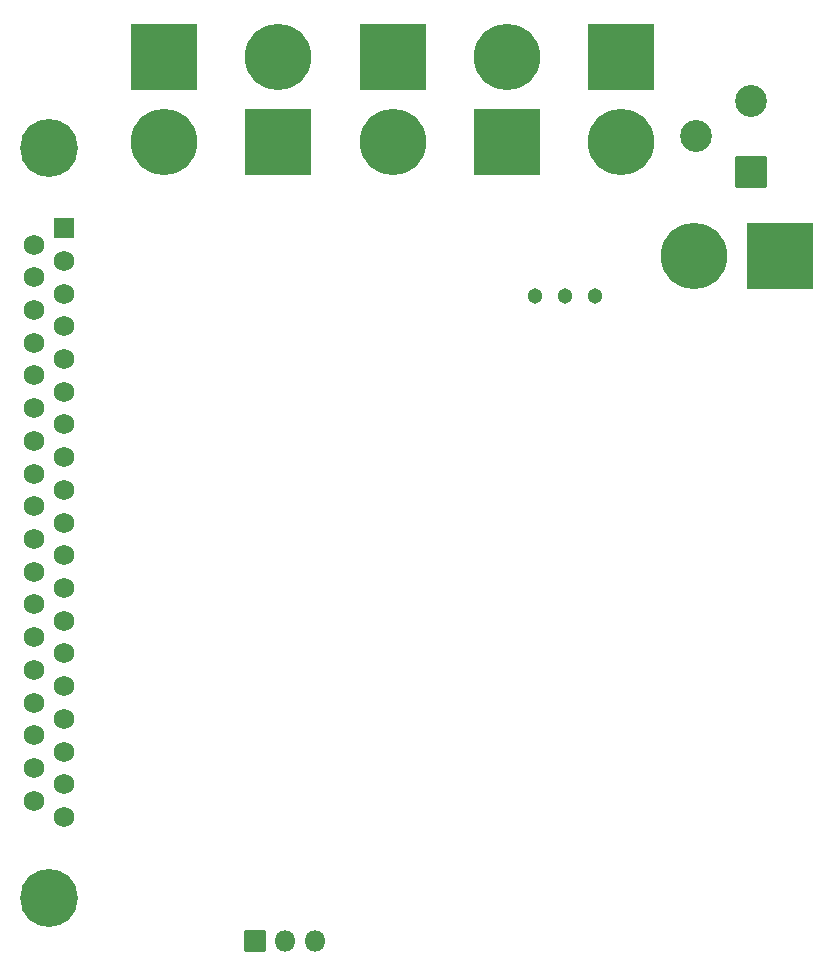
<source format=gbs>
%TF.GenerationSoftware,KiCad,Pcbnew,(6.0.1)*%
%TF.CreationDate,2022-04-29T11:40:25-05:00*%
%TF.ProjectId,Power_KiCAD_Project,506f7765-725f-44b6-9943-41445f50726f,rev?*%
%TF.SameCoordinates,Original*%
%TF.FileFunction,Soldermask,Bot*%
%TF.FilePolarity,Negative*%
%FSLAX46Y46*%
G04 Gerber Fmt 4.6, Leading zero omitted, Abs format (unit mm)*
G04 Created by KiCad (PCBNEW (6.0.1)) date 2022-04-29 11:40:25*
%MOMM*%
%LPD*%
G01*
G04 APERTURE LIST*
G04 Aperture macros list*
%AMRoundRect*
0 Rectangle with rounded corners*
0 $1 Rounding radius*
0 $2 $3 $4 $5 $6 $7 $8 $9 X,Y pos of 4 corners*
0 Add a 4 corners polygon primitive as box body*
4,1,4,$2,$3,$4,$5,$6,$7,$8,$9,$2,$3,0*
0 Add four circle primitives for the rounded corners*
1,1,$1+$1,$2,$3*
1,1,$1+$1,$4,$5*
1,1,$1+$1,$6,$7*
1,1,$1+$1,$8,$9*
0 Add four rect primitives between the rounded corners*
20,1,$1+$1,$2,$3,$4,$5,0*
20,1,$1+$1,$4,$5,$6,$7,0*
20,1,$1+$1,$6,$7,$8,$9,0*
20,1,$1+$1,$8,$9,$2,$3,0*%
G04 Aperture macros list end*
%ADD10RoundRect,0.051000X-0.825000X0.825000X-0.825000X-0.825000X0.825000X-0.825000X0.825000X0.825000X0*%
%ADD11C,1.752000*%
%ADD12C,4.902000*%
%ADD13RoundRect,0.051000X-2.758000X2.758000X-2.758000X-2.758000X2.758000X-2.758000X2.758000X2.758000X0*%
%ADD14C,5.618000*%
%ADD15C,1.302000*%
%ADD16RoundRect,0.051000X1.300000X1.300000X-1.300000X1.300000X-1.300000X-1.300000X1.300000X-1.300000X0*%
%ADD17C,2.702000*%
%ADD18RoundRect,0.051000X2.758000X-2.758000X2.758000X2.758000X-2.758000X2.758000X-2.758000X-2.758000X0*%
%ADD19RoundRect,0.051000X2.758000X2.758000X-2.758000X2.758000X-2.758000X-2.758000X2.758000X-2.758000X0*%
%ADD20RoundRect,0.051000X0.850000X-0.850000X0.850000X0.850000X-0.850000X0.850000X-0.850000X-0.850000X0*%
%ADD21O,1.802000X1.802000*%
G04 APERTURE END LIST*
D10*
%TO.C,J8*%
X93000000Y-73650000D03*
D11*
X93000000Y-76420000D03*
X93000000Y-79190000D03*
X93000000Y-81960000D03*
X93000000Y-84730000D03*
X93000000Y-87500000D03*
X93000000Y-90270000D03*
X93000000Y-93040000D03*
X93000000Y-95810000D03*
X93000000Y-98580000D03*
X93000000Y-101350000D03*
X93000000Y-104120000D03*
X93000000Y-106890000D03*
X93000000Y-109660000D03*
X93000000Y-112430000D03*
X93000000Y-115200000D03*
X93000000Y-117970000D03*
X93000000Y-120740000D03*
X93000000Y-123510000D03*
X90460000Y-75035000D03*
X90460000Y-77805000D03*
X90460000Y-80575000D03*
X90460000Y-83345000D03*
X90460000Y-86115000D03*
X90460000Y-88885000D03*
X90460000Y-91655000D03*
X90460000Y-94425000D03*
X90460000Y-97195000D03*
X90460000Y-99965000D03*
X90460000Y-102735000D03*
X90460000Y-105505000D03*
X90460000Y-108275000D03*
X90460000Y-111045000D03*
X90460000Y-113815000D03*
X90460000Y-116585000D03*
X90460000Y-119355000D03*
X90460000Y-122125000D03*
D12*
X91730000Y-66830000D03*
X91730000Y-130330000D03*
%TD*%
D13*
%TO.C,J4*%
X120850000Y-59125000D03*
D14*
X120850000Y-66325000D03*
%TD*%
D13*
%TO.C,J2*%
X140200000Y-59125000D03*
D14*
X140200000Y-66325000D03*
%TD*%
D13*
%TO.C,J6*%
X101500000Y-59125000D03*
D14*
X101500000Y-66325000D03*
%TD*%
D15*
%TO.C,RV1*%
X132860000Y-79425000D03*
X135400000Y-79425000D03*
X137940000Y-79425000D03*
%TD*%
D16*
%TO.C,J1*%
X151200000Y-68875000D03*
D17*
X151200000Y-62875000D03*
X146500000Y-65875000D03*
%TD*%
D18*
%TO.C,J5*%
X111175000Y-66325000D03*
D14*
X111175000Y-59125000D03*
%TD*%
D18*
%TO.C,J3*%
X130525000Y-66325000D03*
D14*
X130525000Y-59125000D03*
%TD*%
D19*
%TO.C,J7*%
X153600000Y-76025000D03*
D14*
X146400000Y-76025000D03*
%TD*%
D20*
%TO.C,JP1*%
X109160000Y-134015000D03*
D21*
X111700000Y-134015000D03*
X114240000Y-134015000D03*
%TD*%
M02*

</source>
